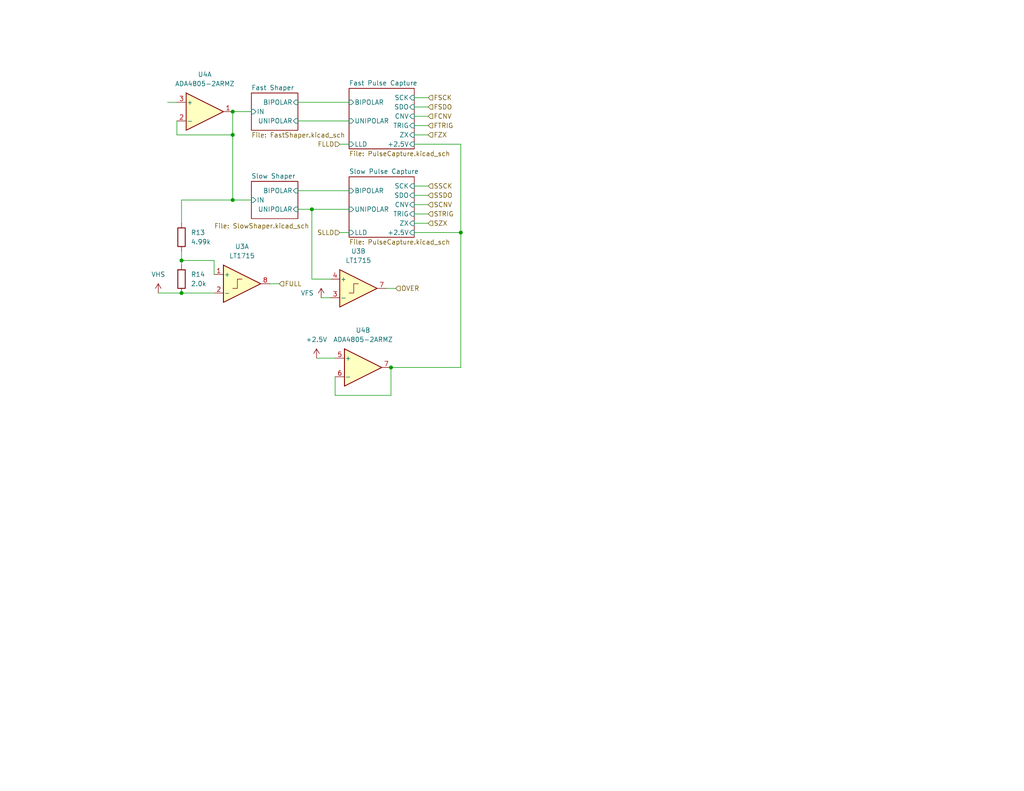
<source format=kicad_sch>
(kicad_sch (version 20231120) (generator "eeschema") (generator_version "8.0")
  (paper "USLetter")
  (title_block (title "QuERI MPU") (date "2024-05-26") (rev "Draft") (company "Noqsi Aerospace Ltd") (comment 1 "15 Blanchard Avenue, Billerica MA 01821") (comment 2 "jpd@noqsi.com"))
  (lib_symbols
    (symbol "QuERI_symbols:+2.5F" (power) (pin_names (offset 0))
      (property "Value" "+2.5F" (at 0 3.556 0))
      (symbol "+2.5F_0_1"
        (polyline (pts (xy -0.762 1.27) (xy 0 2.54)))
        (polyline (pts (xy 0 0) (xy 0 2.54)))
        (polyline (pts (xy 0 2.54) (xy 0.762 1.27)))
      )
      (symbol "+2.5F_1_1"
        (pin power_in line (at 0 0 90) (length 0) hide (name "+2.5F") (number "1"))
      )
    )
    (symbol "QuERI_symbols:ADA4805-2ARMZ" (pin_names (offset 0.127))
      (property "Reference" "U" (at 0 5.08 0))
      (property "Value" "ADA4805-2ARMZ" (at 0 -5.08 0))
      (symbol "ADA4805-2ARMZ_1_1"
        (polyline (pts (xy -5.08 5.08) (xy 5.08 0) (xy -5.08 -5.08) (xy -5.08 5.08)) (stroke (width 0.254)) (fill (type background)))
        (pin output line (at 7.62 0 180) (length 2.54) (name "~") (number "1"))
        (pin input line (at -7.62 -2.54 0) (length 2.54) (name "-") (number "2"))
        (pin input line (at -7.62 2.54 0) (length 2.54) (name "+") (number "3"))
      )
      (symbol "ADA4805-2ARMZ_2_1"
        (polyline (pts (xy -5.08 5.08) (xy 5.08 0) (xy -5.08 -5.08) (xy -5.08 5.08)) (stroke (width 0.254)) (fill (type background)))
        (pin input line (at -7.62 2.54 0) (length 2.54) (name "+") (number "5"))
        (pin input line (at -7.62 -2.54 0) (length 2.54) (name "-") (number "6"))
        (pin output line (at 7.62 0 180) (length 2.54) (name "~") (number "7"))
      )
      (symbol "ADA4805-2ARMZ_3_1"
        (pin power_in line (at -2.54 -7.62 90) (length 3.81) (name "V-") (number "4"))
        (pin power_in line (at -2.54 7.62 270) (length 3.81) (name "V+") (number "8"))
      )
    )
    (symbol "QuERI_symbols:LT1715" (pin_names (offset 0.127))
      (property "Reference" "U" (at 3.81 3.81 0))
      (property "Value" "LT1715" (at 6.35 -3.81 0))
      (symbol "LT1715_1_1"
        (polyline (pts (xy -5.08 5.08) (xy 5.08 0) (xy -5.08 -5.08) (xy -5.08 5.08)) (stroke (width 0.254)) (fill (type background)))
        (polyline (pts (xy -2.54 -1.27) (xy -1.27 -1.27) (xy -1.27 1.27) (xy 0 1.27)))
        (pin input line (at -7.62 2.54 0) (length 2.54) (name "+") (number "1"))
        (pin input line (at -7.62 -2.54 0) (length 2.54) (name "-") (number "2"))
        (pin output line (at 7.62 0 180) (length 2.54) (name "~") (number "8"))
      )
      (symbol "LT1715_2_1"
        (polyline (pts (xy -5.08 5.08) (xy 5.08 0) (xy -5.08 -5.08) (xy -5.08 5.08)) (stroke (width 0.254)) (fill (type background)))
        (polyline (pts (xy -2.54 -1.27) (xy -1.27 -1.27) (xy -1.27 1.27) (xy 0 1.27)))
        (pin input line (at -7.62 -2.54 0) (length 2.54) (name "-") (number "3"))
        (pin input line (at -7.62 2.54 0) (length 2.54) (name "+") (number "4"))
        (pin output line (at 7.62 0 180) (length 2.54) (name "~") (number "7"))
      )
      (symbol "LT1715_3_1"
        (pin power_in line (at -2.54 8.89 270) (length 3.81) (name "Vcc") (number "10"))
        (pin power_in line (at -2.54 -7.62 90) (length 3.81) (name "Vee") (number "5"))
        (pin power_in line (at 1.27 -7.62 90) (length 3.81) (name "GND") (number "6"))
        (pin power_in line (at 1.27 8.89 270) (length 3.81) (name "+VS") (number "9"))
      )
    )
    (symbol "QuERI_symbols:Rlowp" (pin_numbers hide) (pin_names (offset 0))
      (property "Reference" "R" (at 2.032 0 90))
      (property "Value" "Rlowp" (at 0 0 90))
      (symbol "Rlowp_0_1"
        (rectangle (start -1.016 -2.54) (end 1.016 2.54) (stroke (width 0.254)))
      )
      (symbol "Rlowp_1_1"
        (pin passive line (at 0 3.81 270) (length 1.27) (name "~") (number "1"))
        (pin passive line (at 0 -3.81 90) (length 1.27) (name "~") (number "2"))
      )
    )
    (symbol "QuERI_symbols:VFS" (power) (pin_names (offset 0))
      (property "Value" "VFS" (at 0 3.556 0))
      (symbol "VFS_0_1"
        (polyline (pts (xy -0.762 1.27) (xy 0 2.54)))
        (polyline (pts (xy 0 0) (xy 0 2.54)))
        (polyline (pts (xy 0 2.54) (xy 0.762 1.27)))
      )
      (symbol "VFS_1_1"
        (pin power_in line (at 0 0 90) (length 0) hide (name "+2.5F") (number "1"))
      )
    )
    (symbol "QuERI_symbols:VHS" (power) (pin_names (offset 0))
      (property "Value" "VHS" (at 0 3.556 0))
      (symbol "VHS_0_1"
        (polyline (pts (xy -0.762 1.27) (xy 0 2.54)))
        (polyline (pts (xy 0 0) (xy 0 2.54)))
        (polyline (pts (xy 0 2.54) (xy 0.762 1.27)))
      )
      (symbol "VHS_1_1"
        (pin power_in line (at 0 0 90) (length 0) hide (name "+2.5F") (number "1"))
      )
    )
  )
  (junction (at 49.53 71.12))
  (junction (at 63.5 36.83))
  (junction (at 63.5 54.61))
  (junction (at 106.68 100.33))
  (junction (at 125.73 63.5))
  (junction (at 63.5 30.48))
  (junction (at 49.53 80.01))
  (junction (at 85.09 57.15))
  (wire (pts (xy 125.73 100.33) (xy 125.73 63.5)))
  (wire (pts (xy 81.28 33.02) (xy 95.25 33.02)))
  (wire (pts (xy 105.41 78.74) (xy 107.95 78.74)))
  (wire (pts (xy 113.03 29.21) (xy 116.84 29.21)))
  (wire (pts (xy 87.63 81.28) (xy 90.17 81.28)))
  (wire (pts (xy 68.58 54.61) (xy 63.5 54.61)))
  (wire (pts (xy 48.26 36.83) (xy 63.5 36.83)))
  (wire (pts (xy 81.28 52.07) (xy 95.25 52.07)))
  (wire (pts (xy 49.53 80.01) (xy 58.42 80.01)))
  (wire (pts (xy 81.28 57.15) (xy 85.09 57.15)))
  (wire (pts (xy 85.09 57.15) (xy 85.09 76.2)))
  (wire (pts (xy 45.72 27.94) (xy 48.26 27.94)))
  (wire (pts (xy 91.44 107.95) (xy 106.68 107.95)))
  (wire (pts (xy 113.03 58.42) (xy 116.84 58.42)))
  (wire (pts (xy 125.73 63.5) (xy 125.73 39.37)))
  (wire (pts (xy 113.03 50.8) (xy 116.84 50.8)))
  (wire (pts (xy 113.03 63.5) (xy 125.73 63.5)))
  (wire (pts (xy 106.68 100.33) (xy 125.73 100.33)))
  (wire (pts (xy 113.03 53.34) (xy 116.84 53.34)))
  (wire (pts (xy 113.03 34.29) (xy 116.84 34.29)))
  (wire (pts (xy 92.71 39.37) (xy 95.25 39.37)))
  (wire (pts (xy 73.66 77.47) (xy 76.2 77.47)))
  (wire (pts (xy 106.68 107.95) (xy 106.68 100.33)))
  (wire (pts (xy 49.53 71.12) (xy 49.53 72.39)))
  (wire (pts (xy 113.03 55.88) (xy 116.84 55.88)))
  (wire (pts (xy 48.26 33.02) (xy 48.26 36.83)))
  (wire (pts (xy 113.03 31.75) (xy 116.84 31.75)))
  (wire (pts (xy 63.5 54.61) (xy 63.5 36.83)))
  (wire (pts (xy 113.03 60.96) (xy 116.84 60.96)))
  (wire (pts (xy 58.42 74.93) (xy 58.42 71.12)))
  (wire (pts (xy 63.5 30.48) (xy 68.58 30.48)))
  (wire (pts (xy 85.09 57.15) (xy 95.25 57.15)))
  (wire (pts (xy 43.18 80.01) (xy 49.53 80.01)))
  (wire (pts (xy 113.03 26.67) (xy 116.84 26.67)))
  (wire (pts (xy 113.03 36.83) (xy 116.84 36.83)))
  (wire (pts (xy 91.44 102.87) (xy 91.44 107.95)))
  (wire (pts (xy 85.09 76.2) (xy 90.17 76.2)))
  (wire (pts (xy 58.42 71.12) (xy 49.53 71.12)))
  (wire (pts (xy 125.73 39.37) (xy 113.03 39.37)))
  (wire (pts (xy 63.5 36.83) (xy 63.5 30.48)))
  (wire (pts (xy 49.53 60.96) (xy 49.53 54.61)))
  (wire (pts (xy 92.71 63.5) (xy 95.25 63.5)))
  (wire (pts (xy 49.53 68.58) (xy 49.53 71.12)))
  (wire (pts (xy 49.53 54.61) (xy 63.5 54.61)))
  (wire (pts (xy 86.36 97.79) (xy 91.44 97.79)))
  (wire (pts (xy 81.28 27.94) (xy 95.25 27.94)))
  (hierarchical_label "FLLD" (shape input) (at 92.71 39.37 180))
  (hierarchical_label "SZX" (shape input) (at 116.84 60.96 0))
  (hierarchical_label "SSDO" (shape input) (at 116.84 53.34 0))
  (hierarchical_label "FULL" (shape input) (at 76.2 77.47 0))
  (hierarchical_label "STRIG" (shape input) (at 116.84 58.42 0))
  (hierarchical_label "SLLD" (shape input) (at 92.71 63.5 180))
  (hierarchical_label "FZX" (shape input) (at 116.84 36.83 0))
  (hierarchical_label "FTRIG" (shape input) (at 116.84 34.29 0))
  (hierarchical_label "SCNV" (shape input) (at 116.84 55.88 0))
  (hierarchical_label "SSCK" (shape input) (at 116.84 50.8 0))
  (hierarchical_label "FSCK" (shape input) (at 116.84 26.67 0))
  (hierarchical_label "OVER" (shape input) (at 107.95 78.74 0))
  (hierarchical_label "FSDO" (shape input) (at 116.84 29.21 0))
  (hierarchical_label "FCNV" (shape input) (at 116.84 31.75 0))
  (symbol (lib_id "QuERI_symbols:Rlowp") (at 49.53 76.2 0) (unit 1)
    (property "Reference" "R14" (at 52.07 74.93 0) (effects (justify left)))
    (property "Value" "2.0k" (at 52.07 77.47 0) (effects (justify left)))
    (property "Footprint" "Resistor_SMD:R_0603_1608Metric" (effects (hide yes)))
    (property "Description" "Resistor" (effects (hide yes)))
    (property "Spec" "1% 1/10W" (effects (hide yes)))
    (instances (project "MPU" (path "" (reference "R14") (unit 1)) (path "" (reference "R40") (unit 1))))
  )
  (symbol (lib_id "QuERI_symbols:ADA4805-2ARMZ") (at 55.88 30.48 0) (unit 1)
    (property "Reference" "U4" (at 55.88 20.32 0))
    (property "Value" "ADA4805-2ARMZ" (at 55.88 22.86 0))
    (property "Footprint" "Package_SO:MSOP-8_3x3mm_P0.65mm" (effects (hide yes)))
    (property "Datasheet" "https://www.analog.com/media/en/technical-documentation/data-sheets/ADA4805-1_4805-2.pdf" (effects (hide yes)))
    (property "Description" "Dual Operational Amplifiers, DIP-8/SOIC-8/TSSOP-8/VSSOP-8" (effects (hide yes)))
    (instances (project "MPU" (path "" (reference "U4") (unit 1)) (path "" (reference "U8") (unit 1))))
  )
  (symbol (lib_id "QuERI_symbols:LT1715") (at 66.04 77.47 0) (unit 1)
    (property "Reference" "U3" (at 66.04 67.31 0))
    (property "Value" "LT1715" (at 66.04 69.85 0))
    (property "Footprint" "Package_SO:MSOP-10_3x3mm_P0.5mm" (effects (hide yes)))
    (property "Datasheet" "https://www.analog.com/media/en/technical-documentation/data-sheets/1715fa.pdf" (effects (hide yes)))
    (property "Description" "Fast Dual Comparator, MSOP-10" (effects (hide yes)))
    (instances (project "MPU" (path "" (reference "U3") (unit 1)) (path "" (reference "U7") (unit 1))))
  )
  (symbol (lib_id "QuERI_symbols:LT1715") (at 97.79 78.74 0) (unit 2)
    (property "Reference" "U3" (at 97.79 68.58 0))
    (property "Value" "LT1715" (at 97.79 71.12 0))
    (property "Footprint" "Package_SO:MSOP-10_3x3mm_P0.5mm" (effects (hide yes)))
    (property "Datasheet" "https://www.analog.com/media/en/technical-documentation/data-sheets/1715fa.pdf" (effects (hide yes)))
    (property "Description" "Fast Dual Comparator, MSOP-10" (effects (hide yes)))
    (instances (project "MPU" (path "" (reference "U3") (unit 2)) (path "" (reference "U7") (unit 2))))
  )
  (symbol (lib_id "QuERI_symbols:Rlowp") (at 49.53 64.77 0) (unit 1)
    (property "Reference" "R13" (at 52.07 63.5 0) (effects (justify left)))
    (property "Value" "4.99k" (at 52.07 66.04 0) (effects (justify left)))
    (property "Footprint" "Resistor_SMD:R_0603_1608Metric" (effects (hide yes)))
    (property "Description" "Resistor" (effects (hide yes)))
    (property "Spec" "1% 1/10W" (effects (hide yes)))
    (instances (project "MPU" (path "" (reference "R13") (unit 1)) (path "" (reference "R39") (unit 1))))
  )
  (symbol (lib_id "QuERI_symbols:+2.5F") (at 86.36 97.79 0) (unit 1)
    (property "Reference" "#PWR047" (effects (hide yes)))
    (property "Value" "+2.5V" (at 86.36 92.71 0))
    (property "Description" "Power symbol creates a global label with name \"+2.5F\"" (effects (hide yes)))
    (instances (project "MPU" (path "" (reference "#PWR047") (unit 1)) (path "" (reference "#PWR073") (unit 1))))
  )
  (symbol (lib_id "QuERI_symbols:ADA4805-2ARMZ") (at 99.06 100.33 0) (unit 2)
    (property "Reference" "U4" (at 99.06 90.17 0))
    (property "Value" "ADA4805-2ARMZ" (at 99.06 92.71 0))
    (property "Footprint" "Package_SO:MSOP-8_3x3mm_P0.65mm" (effects (hide yes)))
    (property "Datasheet" "https://www.analog.com/media/en/technical-documentation/data-sheets/ADA4805-1_4805-2.pdf" (effects (hide yes)))
    (property "Description" "Dual Operational Amplifiers, DIP-8/SOIC-8/TSSOP-8/VSSOP-8" (effects (hide yes)))
    (instances (project "MPU" (path "" (reference "U4") (unit 2)) (path "" (reference "U8") (unit 2))))
  )
  (symbol (lib_id "QuERI_symbols:VHS") (at 43.18 80.01 0) (unit 1)
    (property "Reference" "#PWR039" (effects (hide yes)))
    (property "Value" "VHS" (at 43.18 74.93 0))
    (property "Description" "Power symbol for half scale ADC voltage" (effects (hide yes)))
    (instances (project "MPU" (path "" (reference "#PWR039") (unit 1)) (path "" (reference "#PWR065") (unit 1))))
  )
  (symbol (lib_id "QuERI_symbols:VFS") (at 87.63 81.28 0) (unit 1)
    (property "Reference" "#PWR048" (effects (hide yes)))
    (property "Value" "VFS" (at 83.82 80.01 0))
    (property "Description" "Power symbol for full scale ADC voltage" (effects (hide yes)))
    (instances (project "MPU" (path "" (reference "#PWR048") (unit 1)) (path "" (reference "#PWR074") (unit 1))))
  )
  (sheet (at 68.58 49.53) (size 12.7 10.16) (stroke (width 0.1524))
    (property "Sheetname" "Slow Shaper" (at 68.58 48.8184 0) (effects (justify left bottom)))
    (property "Sheetfile" "SlowShaper.kicad_sch" (at 58.42 60.96 0) (effects (justify left top)))
    (pin "IN" input (at 68.58 54.61 180))
    (pin "BIPOLAR" input (at 81.28 52.07 0))
    (pin "UNIPOLAR" input (at 81.28 57.15 0))
  )
  (sheet (at 95.25 48.26) (size 17.78 16.51) (stroke (width 0.1524))
    (property "Sheetname" "Slow Pulse Capture" (at 95.25 47.5484 0) (effects (justify left bottom)))
    (property "Sheetfile" "PulseCapture.kicad_sch" (at 95.25 65.3546 0) (effects (justify left top)))
    (pin "BIPOLAR" input (at 95.25 52.07 180))
    (pin "UNIPOLAR" input (at 95.25 57.15 180))
    (pin "SCK" input (at 113.03 50.8 0))
    (pin "SDO" input (at 113.03 53.34 0))
    (pin "CNV" input (at 113.03 55.88 0))
    (pin "TRIG" input (at 113.03 58.42 0))
    (pin "ZX" input (at 113.03 60.96 0))
    (pin "+2.5V" input (at 113.03 63.5 0))
    (pin "LLD" input (at 95.25 63.5 180))
  )
  (sheet (at 95.25 24.13) (size 17.78 16.51) (stroke (width 0.1524))
    (property "Sheetname" "Fast Pulse Capture" (at 95.25 23.4184 0) (effects (justify left bottom)))
    (property "Sheetfile" "PulseCapture.kicad_sch" (at 95.25 41.2246 0) (effects (justify left top)))
    (pin "UNIPOLAR" input (at 95.25 33.02 180))
    (pin "BIPOLAR" input (at 95.25 27.94 180))
    (pin "SCK" input (at 113.03 26.67 0))
    (pin "SDO" input (at 113.03 29.21 0))
    (pin "CNV" input (at 113.03 31.75 0))
    (pin "TRIG" input (at 113.03 34.29 0))
    (pin "ZX" input (at 113.03 36.83 0))
    (pin "+2.5V" input (at 113.03 39.37 0))
    (pin "LLD" input (at 95.25 39.37 180))
  )
  (sheet (at 68.58 25.4) (size 12.7 10.16) (stroke (width 0.1524))
    (property "Sheetname" "Fast Shaper" (at 68.58 24.6884 0) (effects (justify left bottom)))
    (property "Sheetfile" "FastShaper.kicad_sch" (at 68.58 36.1446 0) (effects (justify left top)))
    (pin "IN" input (at 68.58 30.48 180))
    (pin "BIPOLAR" input (at 81.28 27.94 0))
    (pin "UNIPOLAR" input (at 81.28 33.02 0))
  )
)
</source>
